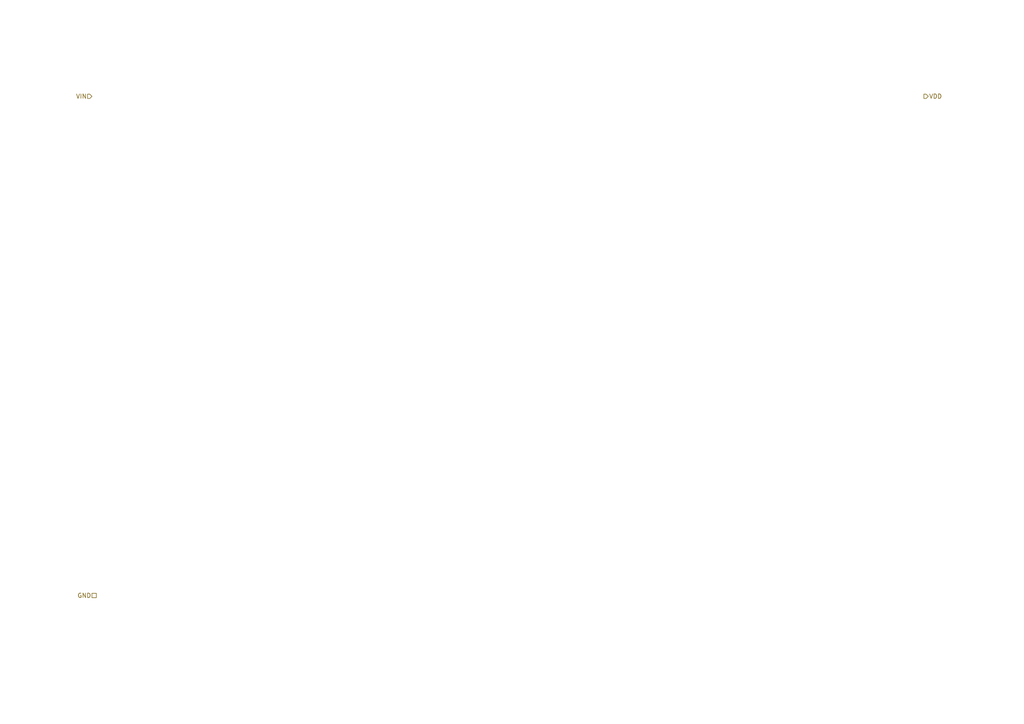
<source format=kicad_sch>
(kicad_sch
	(version 20250114)
	(generator "eeschema")
	(generator_version "9.0")
	(uuid "3f7f5eb0-dbb4-4e17-b7f0-6cdc4923ab6a")
	(paper "A4")
	(lib_symbols)
	(hierarchical_label "VIN"
		(shape input)
		(at 26.67 27.94 180)
		(effects
			(font
				(size 1.27 1.27)
			)
			(justify right)
		)
		(uuid "6cd18a1a-90a1-4597-829b-0d0e824cd132")
	)
	(hierarchical_label "VDD"
		(shape output)
		(at 267.97 27.94 0)
		(effects
			(font
				(size 1.27 1.27)
			)
			(justify left)
		)
		(uuid "8f15b0c7-0b9a-4d0c-94a5-41a8e05d69e8")
	)
	(hierarchical_label "GND"
		(shape passive)
		(at 27.94 172.72 180)
		(effects
			(font
				(size 1.27 1.27)
			)
			(justify right)
		)
		(uuid "8fe822cf-764c-4b82-b99c-1e732306c52e")
	)
)

</source>
